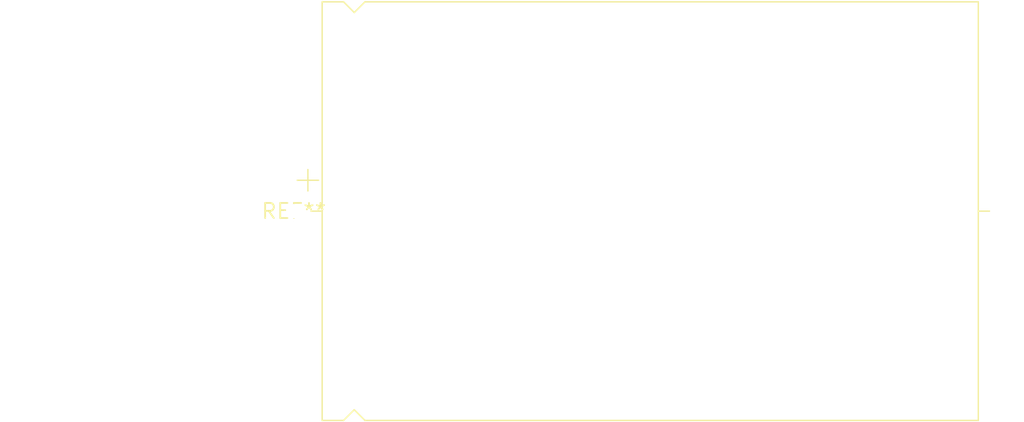
<source format=kicad_pcb>
(kicad_pcb (version 20240108) (generator pcbnew)
  (layers (0 "F.Cu" signal) (31 "B.Cu" signal) (34 "B.Paste" user) (35 "F.Paste" user) (36 "B.SilkS" user "B.Silkscreen") (37 "F.SilkS" user "F.Silkscreen") (38 "B.Mask" user) (39 "F.Mask" user) (44 "Edge.Cuts" user))
  (net 0 "")
  (footprint "CP_Axial_L55.0mm_D35.0mm_P60.00mm_Horizontal" (layer "F.Cu") (at 0 0)
    (property "Reference" "REF**")
    (property "Value" "CP_Axial_L55.0mm_D35.0mm_P60.00mm_Horizontal")
    (fp_line (start 0.28 -2.6) (end 2.08 -2.6) (layer "F.SilkS") (stroke (width 0.12)))
    (fp_line (start 1.18 -3.5) (end 1.18 -1.7) (layer "F.SilkS") (stroke (width 0.12)))
    (fp_line (start 1.44 0) (end 2.38 0) (layer "F.SilkS") (stroke (width 0.12)))
    (fp_line (start 2.38 -17.62) (end 2.38 17.62) (layer "F.SilkS") (stroke (width 0.12)))
    (fp_line (start 2.38 -17.62) (end 4.18 -17.62) (layer "F.SilkS") (stroke (width 0.12)))
    (fp_line (start 2.38 17.62) (end 4.18 17.62) (layer "F.SilkS") (stroke (width 0.12)))
    (fp_line (start 4.18 -17.62) (end 5.08 -16.72) (layer "F.SilkS") (stroke (width 0.12)))
    (fp_line (start 4.18 17.62) (end 5.08 16.72) (layer "F.SilkS") (stroke (width 0.12)))
    (fp_line (start 5.08 -16.72) (end 5.98 -17.62) (layer "F.SilkS") (stroke (width 0.12)))
    (fp_line (start 5.08 16.72) (end 5.98 17.62) (layer "F.SilkS") (stroke (width 0.12)))
    (fp_line (start 5.98 -17.62) (end 57.62 -17.62) (layer "F.SilkS") (stroke (width 0.12)))
    (fp_line (start 5.98 17.62) (end 57.62 17.62) (layer "F.SilkS") (stroke (width 0.12)))
    (fp_line (start 57.62 -17.62) (end 57.62 17.62) (layer "F.SilkS") (stroke (width 0.12)))
    (fp_line (start 58.56 0) (end 57.62 0) (layer "F.SilkS") (stroke (width 0.12)))
    (pad "1" thru_hole rect (at 0 0) (size 2.4 2.4) (drill 1.2) (layers *.Cu *.Mask) (remove_unused_layers))
    (pad "2" thru_hole oval (at 60 0) (size 2.4 2.4) (drill 1.2) (layers *.Cu *.Mask) (remove_unused_layers))
  )
)
</source>
